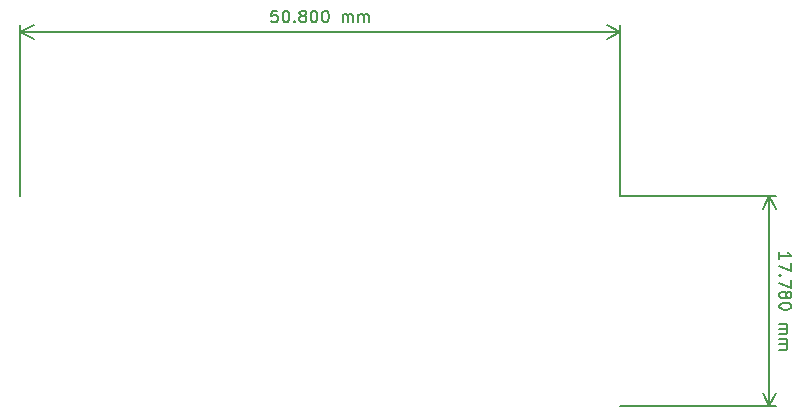
<source format=gbr>
G04 #@! TF.GenerationSoftware,KiCad,Pcbnew,(5.1.4)-1*
G04 #@! TF.CreationDate,2019-11-09T17:02:04-05:00*
G04 #@! TF.ProjectId,Feather-SAM-M8Q-GPS,46656174-6865-4722-9d53-414d2d4d3851,rev?*
G04 #@! TF.SameCoordinates,Original*
G04 #@! TF.FileFunction,Drawing*
%FSLAX46Y46*%
G04 Gerber Fmt 4.6, Leading zero omitted, Abs format (unit mm)*
G04 Created by KiCad (PCBNEW (5.1.4)-1) date 2019-11-09 17:02:04*
%MOMM*%
%LPD*%
G04 APERTURE LIST*
%ADD10C,0.150000*%
G04 APERTURE END LIST*
D10*
X150618719Y-63687771D02*
X150618719Y-63116342D01*
X150618719Y-63402057D02*
X151618719Y-63402057D01*
X151475861Y-63306819D01*
X151380623Y-63211580D01*
X151333004Y-63116342D01*
X151618719Y-64021104D02*
X151618719Y-64687771D01*
X150618719Y-64259200D01*
X150713957Y-65068723D02*
X150666338Y-65116342D01*
X150618719Y-65068723D01*
X150666338Y-65021104D01*
X150713957Y-65068723D01*
X150618719Y-65068723D01*
X151618719Y-65449676D02*
X151618719Y-66116342D01*
X150618719Y-65687771D01*
X151190147Y-66640152D02*
X151237766Y-66544914D01*
X151285385Y-66497295D01*
X151380623Y-66449676D01*
X151428242Y-66449676D01*
X151523480Y-66497295D01*
X151571100Y-66544914D01*
X151618719Y-66640152D01*
X151618719Y-66830628D01*
X151571100Y-66925866D01*
X151523480Y-66973485D01*
X151428242Y-67021104D01*
X151380623Y-67021104D01*
X151285385Y-66973485D01*
X151237766Y-66925866D01*
X151190147Y-66830628D01*
X151190147Y-66640152D01*
X151142528Y-66544914D01*
X151094909Y-66497295D01*
X150999671Y-66449676D01*
X150809195Y-66449676D01*
X150713957Y-66497295D01*
X150666338Y-66544914D01*
X150618719Y-66640152D01*
X150618719Y-66830628D01*
X150666338Y-66925866D01*
X150713957Y-66973485D01*
X150809195Y-67021104D01*
X150999671Y-67021104D01*
X151094909Y-66973485D01*
X151142528Y-66925866D01*
X151190147Y-66830628D01*
X151618719Y-67640152D02*
X151618719Y-67735390D01*
X151571100Y-67830628D01*
X151523480Y-67878247D01*
X151428242Y-67925866D01*
X151237766Y-67973485D01*
X150999671Y-67973485D01*
X150809195Y-67925866D01*
X150713957Y-67878247D01*
X150666338Y-67830628D01*
X150618719Y-67735390D01*
X150618719Y-67640152D01*
X150666338Y-67544914D01*
X150713957Y-67497295D01*
X150809195Y-67449676D01*
X150999671Y-67402057D01*
X151237766Y-67402057D01*
X151428242Y-67449676D01*
X151523480Y-67497295D01*
X151571100Y-67544914D01*
X151618719Y-67640152D01*
X150618719Y-69163961D02*
X151285385Y-69163961D01*
X151190147Y-69163961D02*
X151237766Y-69211580D01*
X151285385Y-69306819D01*
X151285385Y-69449676D01*
X151237766Y-69544914D01*
X151142528Y-69592533D01*
X150618719Y-69592533D01*
X151142528Y-69592533D02*
X151237766Y-69640152D01*
X151285385Y-69735390D01*
X151285385Y-69878247D01*
X151237766Y-69973485D01*
X151142528Y-70021104D01*
X150618719Y-70021104D01*
X150618719Y-70497295D02*
X151285385Y-70497295D01*
X151190147Y-70497295D02*
X151237766Y-70544914D01*
X151285385Y-70640152D01*
X151285385Y-70783009D01*
X151237766Y-70878247D01*
X151142528Y-70925866D01*
X150618719Y-70925866D01*
X151142528Y-70925866D02*
X151237766Y-70973485D01*
X151285385Y-71068723D01*
X151285385Y-71211580D01*
X151237766Y-71306819D01*
X151142528Y-71354438D01*
X150618719Y-71354438D01*
X149771100Y-58369200D02*
X149771100Y-76149200D01*
X137134600Y-58369200D02*
X150357521Y-58369200D01*
X137134600Y-76149200D02*
X150357521Y-76149200D01*
X149771100Y-76149200D02*
X149184679Y-75022696D01*
X149771100Y-76149200D02*
X150357521Y-75022696D01*
X149771100Y-58369200D02*
X149184679Y-59495704D01*
X149771100Y-58369200D02*
X150357521Y-59495704D01*
X108115552Y-42653180D02*
X107639361Y-42653180D01*
X107591742Y-43129371D01*
X107639361Y-43081752D01*
X107734600Y-43034133D01*
X107972695Y-43034133D01*
X108067933Y-43081752D01*
X108115552Y-43129371D01*
X108163171Y-43224609D01*
X108163171Y-43462704D01*
X108115552Y-43557942D01*
X108067933Y-43605561D01*
X107972695Y-43653180D01*
X107734600Y-43653180D01*
X107639361Y-43605561D01*
X107591742Y-43557942D01*
X108782219Y-42653180D02*
X108877457Y-42653180D01*
X108972695Y-42700800D01*
X109020314Y-42748419D01*
X109067933Y-42843657D01*
X109115552Y-43034133D01*
X109115552Y-43272228D01*
X109067933Y-43462704D01*
X109020314Y-43557942D01*
X108972695Y-43605561D01*
X108877457Y-43653180D01*
X108782219Y-43653180D01*
X108686980Y-43605561D01*
X108639361Y-43557942D01*
X108591742Y-43462704D01*
X108544123Y-43272228D01*
X108544123Y-43034133D01*
X108591742Y-42843657D01*
X108639361Y-42748419D01*
X108686980Y-42700800D01*
X108782219Y-42653180D01*
X109544123Y-43557942D02*
X109591742Y-43605561D01*
X109544123Y-43653180D01*
X109496504Y-43605561D01*
X109544123Y-43557942D01*
X109544123Y-43653180D01*
X110163171Y-43081752D02*
X110067933Y-43034133D01*
X110020314Y-42986514D01*
X109972695Y-42891276D01*
X109972695Y-42843657D01*
X110020314Y-42748419D01*
X110067933Y-42700800D01*
X110163171Y-42653180D01*
X110353647Y-42653180D01*
X110448885Y-42700800D01*
X110496504Y-42748419D01*
X110544123Y-42843657D01*
X110544123Y-42891276D01*
X110496504Y-42986514D01*
X110448885Y-43034133D01*
X110353647Y-43081752D01*
X110163171Y-43081752D01*
X110067933Y-43129371D01*
X110020314Y-43176990D01*
X109972695Y-43272228D01*
X109972695Y-43462704D01*
X110020314Y-43557942D01*
X110067933Y-43605561D01*
X110163171Y-43653180D01*
X110353647Y-43653180D01*
X110448885Y-43605561D01*
X110496504Y-43557942D01*
X110544123Y-43462704D01*
X110544123Y-43272228D01*
X110496504Y-43176990D01*
X110448885Y-43129371D01*
X110353647Y-43081752D01*
X111163171Y-42653180D02*
X111258409Y-42653180D01*
X111353647Y-42700800D01*
X111401266Y-42748419D01*
X111448885Y-42843657D01*
X111496504Y-43034133D01*
X111496504Y-43272228D01*
X111448885Y-43462704D01*
X111401266Y-43557942D01*
X111353647Y-43605561D01*
X111258409Y-43653180D01*
X111163171Y-43653180D01*
X111067933Y-43605561D01*
X111020314Y-43557942D01*
X110972695Y-43462704D01*
X110925076Y-43272228D01*
X110925076Y-43034133D01*
X110972695Y-42843657D01*
X111020314Y-42748419D01*
X111067933Y-42700800D01*
X111163171Y-42653180D01*
X112115552Y-42653180D02*
X112210790Y-42653180D01*
X112306028Y-42700800D01*
X112353647Y-42748419D01*
X112401266Y-42843657D01*
X112448885Y-43034133D01*
X112448885Y-43272228D01*
X112401266Y-43462704D01*
X112353647Y-43557942D01*
X112306028Y-43605561D01*
X112210790Y-43653180D01*
X112115552Y-43653180D01*
X112020314Y-43605561D01*
X111972695Y-43557942D01*
X111925076Y-43462704D01*
X111877457Y-43272228D01*
X111877457Y-43034133D01*
X111925076Y-42843657D01*
X111972695Y-42748419D01*
X112020314Y-42700800D01*
X112115552Y-42653180D01*
X113639361Y-43653180D02*
X113639361Y-42986514D01*
X113639361Y-43081752D02*
X113686980Y-43034133D01*
X113782219Y-42986514D01*
X113925076Y-42986514D01*
X114020314Y-43034133D01*
X114067933Y-43129371D01*
X114067933Y-43653180D01*
X114067933Y-43129371D02*
X114115552Y-43034133D01*
X114210790Y-42986514D01*
X114353647Y-42986514D01*
X114448885Y-43034133D01*
X114496504Y-43129371D01*
X114496504Y-43653180D01*
X114972695Y-43653180D02*
X114972695Y-42986514D01*
X114972695Y-43081752D02*
X115020314Y-43034133D01*
X115115552Y-42986514D01*
X115258409Y-42986514D01*
X115353647Y-43034133D01*
X115401266Y-43129371D01*
X115401266Y-43653180D01*
X115401266Y-43129371D02*
X115448885Y-43034133D01*
X115544123Y-42986514D01*
X115686980Y-42986514D01*
X115782219Y-43034133D01*
X115829838Y-43129371D01*
X115829838Y-43653180D01*
X137134600Y-44500800D02*
X86334600Y-44500800D01*
X137134600Y-58369200D02*
X137134600Y-43914379D01*
X86334600Y-58369200D02*
X86334600Y-43914379D01*
X86334600Y-44500800D02*
X87461104Y-43914379D01*
X86334600Y-44500800D02*
X87461104Y-45087221D01*
X137134600Y-44500800D02*
X136008096Y-43914379D01*
X137134600Y-44500800D02*
X136008096Y-45087221D01*
M02*

</source>
